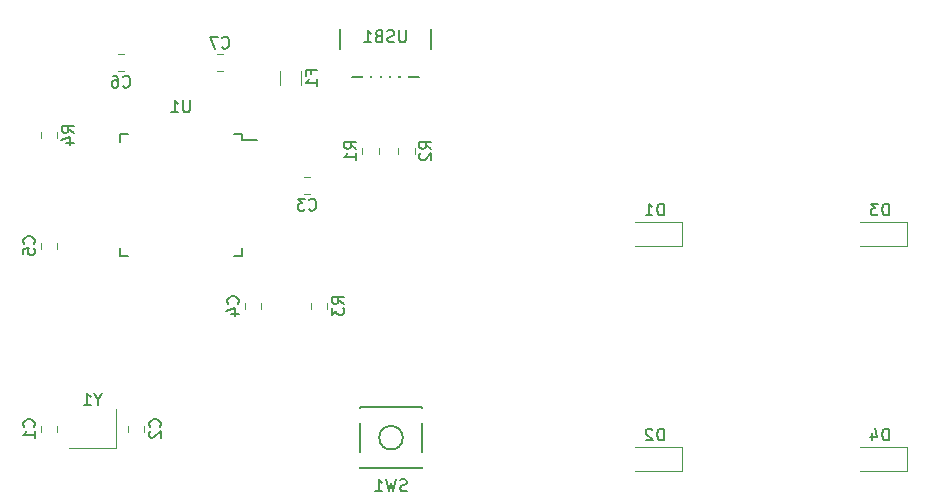
<source format=gbo>
G04 #@! TF.GenerationSoftware,KiCad,Pcbnew,(5.99.0-1822-g1792479ca)*
G04 #@! TF.CreationDate,2020-06-16T18:07:24+08:00*
G04 #@! TF.ProjectId,ai03-pad-duplicate,61693033-2d70-4616-942d-6475706c6963,v01*
G04 #@! TF.SameCoordinates,Original*
G04 #@! TF.FileFunction,Legend,Bot*
G04 #@! TF.FilePolarity,Positive*
%FSLAX46Y46*%
G04 Gerber Fmt 4.6, Leading zero omitted, Abs format (unit mm)*
G04 Created by KiCad (PCBNEW (5.99.0-1822-g1792479ca)) date 2020-06-16 18:07:24*
%MOMM*%
%LPD*%
G01*
G04 APERTURE LIST*
%ADD10C,0.150000*%
%ADD11C,0.120000*%
%ADD12O,1.800000X2.800000*%
%ADD13C,1.850000*%
%ADD14C,2.350000*%
%ADD15C,4.087800*%
G04 APERTURE END LIST*
D10*
G04 #@! TO.C,Y1*
X73748070Y-169357190D02*
X73748070Y-169833380D01*
X74081403Y-168833380D02*
X73748070Y-169357190D01*
X73414737Y-168833380D01*
X72557594Y-169833380D02*
X73129022Y-169833380D01*
X72843308Y-169833380D02*
X72843308Y-168833380D01*
X72938546Y-168976238D01*
X73033784Y-169071476D01*
X73129022Y-169119095D01*
G04 #@! TO.C,USB1*
X99820095Y-138098380D02*
X99820095Y-138907904D01*
X99772476Y-139003142D01*
X99724857Y-139050761D01*
X99629619Y-139098380D01*
X99439142Y-139098380D01*
X99343904Y-139050761D01*
X99296285Y-139003142D01*
X99248666Y-138907904D01*
X99248666Y-138098380D01*
X98820095Y-139050761D02*
X98677238Y-139098380D01*
X98439142Y-139098380D01*
X98343904Y-139050761D01*
X98296285Y-139003142D01*
X98248666Y-138907904D01*
X98248666Y-138812666D01*
X98296285Y-138717428D01*
X98343904Y-138669809D01*
X98439142Y-138622190D01*
X98629619Y-138574571D01*
X98724857Y-138526952D01*
X98772476Y-138479333D01*
X98820095Y-138384095D01*
X98820095Y-138288857D01*
X98772476Y-138193619D01*
X98724857Y-138146000D01*
X98629619Y-138098380D01*
X98391523Y-138098380D01*
X98248666Y-138146000D01*
X97486761Y-138574571D02*
X97343904Y-138622190D01*
X97296285Y-138669809D01*
X97248666Y-138765047D01*
X97248666Y-138907904D01*
X97296285Y-139003142D01*
X97343904Y-139050761D01*
X97439142Y-139098380D01*
X97820095Y-139098380D01*
X97820095Y-138098380D01*
X97486761Y-138098380D01*
X97391523Y-138146000D01*
X97343904Y-138193619D01*
X97296285Y-138288857D01*
X97296285Y-138384095D01*
X97343904Y-138479333D01*
X97391523Y-138526952D01*
X97486761Y-138574571D01*
X97820095Y-138574571D01*
X96296285Y-139098380D02*
X96867714Y-139098380D01*
X96582000Y-139098380D02*
X96582000Y-138098380D01*
X96677238Y-138241238D01*
X96772476Y-138336476D01*
X96867714Y-138384095D01*
G04 #@! TO.C,U1*
X81533904Y-144021380D02*
X81533904Y-144830904D01*
X81486285Y-144926142D01*
X81438666Y-144973761D01*
X81343428Y-145021380D01*
X81152952Y-145021380D01*
X81057714Y-144973761D01*
X81010095Y-144926142D01*
X80962476Y-144830904D01*
X80962476Y-144021380D01*
X79962476Y-145021380D02*
X80533904Y-145021380D01*
X80248190Y-145021380D02*
X80248190Y-144021380D01*
X80343428Y-144164238D01*
X80438666Y-144259476D01*
X80533904Y-144307095D01*
G04 #@! TO.C,SW1*
X99885333Y-177061761D02*
X99742476Y-177109380D01*
X99504380Y-177109380D01*
X99409142Y-177061761D01*
X99361523Y-177014142D01*
X99313904Y-176918904D01*
X99313904Y-176823666D01*
X99361523Y-176728428D01*
X99409142Y-176680809D01*
X99504380Y-176633190D01*
X99694857Y-176585571D01*
X99790095Y-176537952D01*
X99837714Y-176490333D01*
X99885333Y-176395095D01*
X99885333Y-176299857D01*
X99837714Y-176204619D01*
X99790095Y-176157000D01*
X99694857Y-176109380D01*
X99456761Y-176109380D01*
X99313904Y-176157000D01*
X98980571Y-176109380D02*
X98742476Y-177109380D01*
X98552000Y-176395095D01*
X98361523Y-177109380D01*
X98123428Y-176109380D01*
X97218666Y-177109380D02*
X97790095Y-177109380D01*
X97504380Y-177109380D02*
X97504380Y-176109380D01*
X97599619Y-176252238D01*
X97694857Y-176347476D01*
X97790095Y-176395095D01*
G04 #@! TO.C,R4*
X71698380Y-146772333D02*
X71222190Y-146439000D01*
X71698380Y-146200904D02*
X70698380Y-146200904D01*
X70698380Y-146581857D01*
X70746000Y-146677095D01*
X70793619Y-146724714D01*
X70888857Y-146772333D01*
X71031714Y-146772333D01*
X71126952Y-146724714D01*
X71174571Y-146677095D01*
X71222190Y-146581857D01*
X71222190Y-146200904D01*
X71031714Y-147629476D02*
X71698380Y-147629476D01*
X70650761Y-147391380D02*
X71365047Y-147153285D01*
X71365047Y-147772333D01*
G04 #@! TO.C,R3*
X94558380Y-161250333D02*
X94082190Y-160917000D01*
X94558380Y-160678904D02*
X93558380Y-160678904D01*
X93558380Y-161059857D01*
X93606000Y-161155095D01*
X93653619Y-161202714D01*
X93748857Y-161250333D01*
X93891714Y-161250333D01*
X93986952Y-161202714D01*
X94034571Y-161155095D01*
X94082190Y-161059857D01*
X94082190Y-160678904D01*
X93558380Y-161583666D02*
X93558380Y-162202714D01*
X93939333Y-161869380D01*
X93939333Y-162012238D01*
X93986952Y-162107476D01*
X94034571Y-162155095D01*
X94129809Y-162202714D01*
X94367904Y-162202714D01*
X94463142Y-162155095D01*
X94510761Y-162107476D01*
X94558380Y-162012238D01*
X94558380Y-161726523D01*
X94510761Y-161631285D01*
X94463142Y-161583666D01*
G04 #@! TO.C,R2*
X101962380Y-148131333D02*
X101486190Y-147798000D01*
X101962380Y-147559904D02*
X100962380Y-147559904D01*
X100962380Y-147940857D01*
X101010000Y-148036095D01*
X101057619Y-148083714D01*
X101152857Y-148131333D01*
X101295714Y-148131333D01*
X101390952Y-148083714D01*
X101438571Y-148036095D01*
X101486190Y-147940857D01*
X101486190Y-147559904D01*
X101057619Y-148512285D02*
X101010000Y-148559904D01*
X100962380Y-148655142D01*
X100962380Y-148893238D01*
X101010000Y-148988476D01*
X101057619Y-149036095D01*
X101152857Y-149083714D01*
X101248095Y-149083714D01*
X101390952Y-149036095D01*
X101962380Y-148464666D01*
X101962380Y-149083714D01*
G04 #@! TO.C,R1*
X95614380Y-148131333D02*
X95138190Y-147798000D01*
X95614380Y-147559904D02*
X94614380Y-147559904D01*
X94614380Y-147940857D01*
X94662000Y-148036095D01*
X94709619Y-148083714D01*
X94804857Y-148131333D01*
X94947714Y-148131333D01*
X95042952Y-148083714D01*
X95090571Y-148036095D01*
X95138190Y-147940857D01*
X95138190Y-147559904D01*
X95614380Y-149083714D02*
X95614380Y-148512285D01*
X95614380Y-148798000D02*
X94614380Y-148798000D01*
X94757238Y-148702761D01*
X94852476Y-148607523D01*
X94900095Y-148512285D01*
G04 #@! TO.C,F1*
X91791571Y-141779666D02*
X91791571Y-141446333D01*
X92315380Y-141446333D02*
X91315380Y-141446333D01*
X91315380Y-141922523D01*
X92315380Y-142827285D02*
X92315380Y-142255857D01*
X92315380Y-142541571D02*
X91315380Y-142541571D01*
X91458238Y-142446333D01*
X91553476Y-142351095D01*
X91601095Y-142255857D01*
G04 #@! TO.C,D4*
X140692095Y-172823380D02*
X140692095Y-171823380D01*
X140454000Y-171823380D01*
X140311142Y-171871000D01*
X140215904Y-171966238D01*
X140168285Y-172061476D01*
X140120666Y-172251952D01*
X140120666Y-172394809D01*
X140168285Y-172585285D01*
X140215904Y-172680523D01*
X140311142Y-172775761D01*
X140454000Y-172823380D01*
X140692095Y-172823380D01*
X139263523Y-172156714D02*
X139263523Y-172823380D01*
X139501619Y-171775761D02*
X139739714Y-172490047D01*
X139120666Y-172490047D01*
G04 #@! TO.C,D3*
X140692095Y-153773380D02*
X140692095Y-152773380D01*
X140454000Y-152773380D01*
X140311142Y-152821000D01*
X140215904Y-152916238D01*
X140168285Y-153011476D01*
X140120666Y-153201952D01*
X140120666Y-153344809D01*
X140168285Y-153535285D01*
X140215904Y-153630523D01*
X140311142Y-153725761D01*
X140454000Y-153773380D01*
X140692095Y-153773380D01*
X139787333Y-152773380D02*
X139168285Y-152773380D01*
X139501619Y-153154333D01*
X139358761Y-153154333D01*
X139263523Y-153201952D01*
X139215904Y-153249571D01*
X139168285Y-153344809D01*
X139168285Y-153582904D01*
X139215904Y-153678142D01*
X139263523Y-153725761D01*
X139358761Y-153773380D01*
X139644476Y-153773380D01*
X139739714Y-153725761D01*
X139787333Y-153678142D01*
G04 #@! TO.C,D2*
X121642095Y-172823380D02*
X121642095Y-171823380D01*
X121404000Y-171823380D01*
X121261142Y-171871000D01*
X121165904Y-171966238D01*
X121118285Y-172061476D01*
X121070666Y-172251952D01*
X121070666Y-172394809D01*
X121118285Y-172585285D01*
X121165904Y-172680523D01*
X121261142Y-172775761D01*
X121404000Y-172823380D01*
X121642095Y-172823380D01*
X120689714Y-171918619D02*
X120642095Y-171871000D01*
X120546857Y-171823380D01*
X120308761Y-171823380D01*
X120213523Y-171871000D01*
X120165904Y-171918619D01*
X120118285Y-172013857D01*
X120118285Y-172109095D01*
X120165904Y-172251952D01*
X120737333Y-172823380D01*
X120118285Y-172823380D01*
G04 #@! TO.C,D1*
X121642095Y-153773380D02*
X121642095Y-152773380D01*
X121404000Y-152773380D01*
X121261142Y-152821000D01*
X121165904Y-152916238D01*
X121118285Y-153011476D01*
X121070666Y-153201952D01*
X121070666Y-153344809D01*
X121118285Y-153535285D01*
X121165904Y-153630523D01*
X121261142Y-153725761D01*
X121404000Y-153773380D01*
X121642095Y-153773380D01*
X120118285Y-153773380D02*
X120689714Y-153773380D01*
X120404000Y-153773380D02*
X120404000Y-152773380D01*
X120499238Y-152916238D01*
X120594476Y-153011476D01*
X120689714Y-153059095D01*
G04 #@! TO.C,C7*
X84240666Y-139550142D02*
X84288285Y-139597761D01*
X84431142Y-139645380D01*
X84526380Y-139645380D01*
X84669238Y-139597761D01*
X84764476Y-139502523D01*
X84812095Y-139407285D01*
X84859714Y-139216809D01*
X84859714Y-139073952D01*
X84812095Y-138883476D01*
X84764476Y-138788238D01*
X84669238Y-138693000D01*
X84526380Y-138645380D01*
X84431142Y-138645380D01*
X84288285Y-138693000D01*
X84240666Y-138740619D01*
X83907333Y-138645380D02*
X83240666Y-138645380D01*
X83669238Y-139645380D01*
G04 #@! TO.C,C6*
X75858666Y-142850142D02*
X75906285Y-142897761D01*
X76049142Y-142945380D01*
X76144380Y-142945380D01*
X76287238Y-142897761D01*
X76382476Y-142802523D01*
X76430095Y-142707285D01*
X76477714Y-142516809D01*
X76477714Y-142373952D01*
X76430095Y-142183476D01*
X76382476Y-142088238D01*
X76287238Y-141993000D01*
X76144380Y-141945380D01*
X76049142Y-141945380D01*
X75906285Y-141993000D01*
X75858666Y-142040619D01*
X75001523Y-141945380D02*
X75192000Y-141945380D01*
X75287238Y-141993000D01*
X75334857Y-142040619D01*
X75430095Y-142183476D01*
X75477714Y-142373952D01*
X75477714Y-142754904D01*
X75430095Y-142850142D01*
X75382476Y-142897761D01*
X75287238Y-142945380D01*
X75096761Y-142945380D01*
X75001523Y-142897761D01*
X74953904Y-142850142D01*
X74906285Y-142754904D01*
X74906285Y-142516809D01*
X74953904Y-142421571D01*
X75001523Y-142373952D01*
X75096761Y-142326333D01*
X75287238Y-142326333D01*
X75382476Y-142373952D01*
X75430095Y-142421571D01*
X75477714Y-142516809D01*
G04 #@! TO.C,C5*
X68303142Y-156170333D02*
X68350761Y-156122714D01*
X68398380Y-155979857D01*
X68398380Y-155884619D01*
X68350761Y-155741761D01*
X68255523Y-155646523D01*
X68160285Y-155598904D01*
X67969809Y-155551285D01*
X67826952Y-155551285D01*
X67636476Y-155598904D01*
X67541238Y-155646523D01*
X67446000Y-155741761D01*
X67398380Y-155884619D01*
X67398380Y-155979857D01*
X67446000Y-156122714D01*
X67493619Y-156170333D01*
X67398380Y-157075095D02*
X67398380Y-156598904D01*
X67874571Y-156551285D01*
X67826952Y-156598904D01*
X67779333Y-156694142D01*
X67779333Y-156932238D01*
X67826952Y-157027476D01*
X67874571Y-157075095D01*
X67969809Y-157122714D01*
X68207904Y-157122714D01*
X68303142Y-157075095D01*
X68350761Y-157027476D01*
X68398380Y-156932238D01*
X68398380Y-156694142D01*
X68350761Y-156598904D01*
X68303142Y-156551285D01*
G04 #@! TO.C,C4*
X85575142Y-161250333D02*
X85622761Y-161202714D01*
X85670380Y-161059857D01*
X85670380Y-160964619D01*
X85622761Y-160821761D01*
X85527523Y-160726523D01*
X85432285Y-160678904D01*
X85241809Y-160631285D01*
X85098952Y-160631285D01*
X84908476Y-160678904D01*
X84813238Y-160726523D01*
X84718000Y-160821761D01*
X84670380Y-160964619D01*
X84670380Y-161059857D01*
X84718000Y-161202714D01*
X84765619Y-161250333D01*
X85003714Y-162107476D02*
X85670380Y-162107476D01*
X84622761Y-161869380D02*
X85337047Y-161631285D01*
X85337047Y-162250333D01*
G04 #@! TO.C,C3*
X91606666Y-153264142D02*
X91654285Y-153311761D01*
X91797142Y-153359380D01*
X91892380Y-153359380D01*
X92035238Y-153311761D01*
X92130476Y-153216523D01*
X92178095Y-153121285D01*
X92225714Y-152930809D01*
X92225714Y-152787952D01*
X92178095Y-152597476D01*
X92130476Y-152502238D01*
X92035238Y-152407000D01*
X91892380Y-152359380D01*
X91797142Y-152359380D01*
X91654285Y-152407000D01*
X91606666Y-152454619D01*
X91273333Y-152359380D02*
X90654285Y-152359380D01*
X90987619Y-152740333D01*
X90844761Y-152740333D01*
X90749523Y-152787952D01*
X90701904Y-152835571D01*
X90654285Y-152930809D01*
X90654285Y-153168904D01*
X90701904Y-153264142D01*
X90749523Y-153311761D01*
X90844761Y-153359380D01*
X91130476Y-153359380D01*
X91225714Y-153311761D01*
X91273333Y-153264142D01*
G04 #@! TO.C,C2*
X78969142Y-171664333D02*
X79016761Y-171616714D01*
X79064380Y-171473857D01*
X79064380Y-171378619D01*
X79016761Y-171235761D01*
X78921523Y-171140523D01*
X78826285Y-171092904D01*
X78635809Y-171045285D01*
X78492952Y-171045285D01*
X78302476Y-171092904D01*
X78207238Y-171140523D01*
X78112000Y-171235761D01*
X78064380Y-171378619D01*
X78064380Y-171473857D01*
X78112000Y-171616714D01*
X78159619Y-171664333D01*
X78159619Y-172045285D02*
X78112000Y-172092904D01*
X78064380Y-172188142D01*
X78064380Y-172426238D01*
X78112000Y-172521476D01*
X78159619Y-172569095D01*
X78254857Y-172616714D01*
X78350095Y-172616714D01*
X78492952Y-172569095D01*
X79064380Y-171997666D01*
X79064380Y-172616714D01*
G04 #@! TO.C,C1*
X68303142Y-171664333D02*
X68350761Y-171616714D01*
X68398380Y-171473857D01*
X68398380Y-171378619D01*
X68350761Y-171235761D01*
X68255523Y-171140523D01*
X68160285Y-171092904D01*
X67969809Y-171045285D01*
X67826952Y-171045285D01*
X67636476Y-171092904D01*
X67541238Y-171140523D01*
X67446000Y-171235761D01*
X67398380Y-171378619D01*
X67398380Y-171473857D01*
X67446000Y-171616714D01*
X67493619Y-171664333D01*
X68398380Y-172616714D02*
X68398380Y-172045285D01*
X68398380Y-172331000D02*
X67398380Y-172331000D01*
X67541238Y-172235761D01*
X67636476Y-172140523D01*
X67684095Y-172045285D01*
D11*
G04 #@! TO.C,Y1*
X75271880Y-173481000D02*
X71271880Y-173481000D01*
X75271880Y-170181000D02*
X75271880Y-173481000D01*
D10*
G04 #@! TO.C,USB1*
X94232000Y-136614000D02*
X94232000Y-142064000D01*
X101932000Y-136614000D02*
X101932000Y-142064000D01*
X94232000Y-142064000D02*
X101932000Y-142064000D01*
G04 #@! TO.C,U1*
X85947000Y-147419000D02*
X87222000Y-147419000D01*
X75597000Y-146844000D02*
X76272000Y-146844000D01*
X75597000Y-157194000D02*
X76272000Y-157194000D01*
X85947000Y-157194000D02*
X85272000Y-157194000D01*
X85947000Y-146844000D02*
X85272000Y-146844000D01*
X85947000Y-157194000D02*
X85947000Y-156519000D01*
X75597000Y-157194000D02*
X75597000Y-156519000D01*
X75597000Y-146844000D02*
X75597000Y-147519000D01*
X85947000Y-146844000D02*
X85947000Y-147419000D01*
G04 #@! TO.C,SW1*
X101152000Y-169993000D02*
X95952000Y-169993000D01*
X95952000Y-169993000D02*
X95952000Y-175193000D01*
X95952000Y-175193000D02*
X101152000Y-175193000D01*
X101152000Y-175193000D02*
X101152000Y-169993000D01*
X99552000Y-172593000D02*
G75*
G03*
X99552000Y-172593000I-1000000J0D01*
G01*
D11*
G04 #@! TO.C,R4*
X68886000Y-147197578D02*
X68886000Y-146680422D01*
X70306000Y-147197578D02*
X70306000Y-146680422D01*
G04 #@! TO.C,R3*
X91746000Y-161675578D02*
X91746000Y-161158422D01*
X93166000Y-161675578D02*
X93166000Y-161158422D01*
G04 #@! TO.C,R2*
X99150000Y-148556578D02*
X99150000Y-148039422D01*
X100570000Y-148556578D02*
X100570000Y-148039422D01*
G04 #@! TO.C,R1*
X97522000Y-148039422D02*
X97522000Y-148556578D01*
X96102000Y-148039422D02*
X96102000Y-148556578D01*
G04 #@! TO.C,F1*
X89133000Y-142715064D02*
X89133000Y-141510936D01*
X90953000Y-142715064D02*
X90953000Y-141510936D01*
G04 #@! TO.C,D4*
X142204000Y-173371000D02*
X138304000Y-173371000D01*
X142204000Y-175371000D02*
X138304000Y-175371000D01*
X142204000Y-173371000D02*
X142204000Y-175371000D01*
G04 #@! TO.C,D3*
X142204000Y-154321000D02*
X138304000Y-154321000D01*
X142204000Y-156321000D02*
X138304000Y-156321000D01*
X142204000Y-154321000D02*
X142204000Y-156321000D01*
G04 #@! TO.C,D2*
X123154000Y-173371000D02*
X119254000Y-173371000D01*
X123154000Y-175371000D02*
X119254000Y-175371000D01*
X123154000Y-173371000D02*
X123154000Y-175371000D01*
G04 #@! TO.C,D1*
X123154000Y-154321000D02*
X119254000Y-154321000D01*
X123154000Y-156321000D02*
X119254000Y-156321000D01*
X123154000Y-154321000D02*
X123154000Y-156321000D01*
G04 #@! TO.C,C7*
X84332578Y-141553000D02*
X83815422Y-141553000D01*
X84332578Y-140133000D02*
X83815422Y-140133000D01*
G04 #@! TO.C,C6*
X75433422Y-140133000D02*
X75950578Y-140133000D01*
X75433422Y-141553000D02*
X75950578Y-141553000D01*
G04 #@! TO.C,C5*
X70306000Y-156078422D02*
X70306000Y-156595578D01*
X68886000Y-156078422D02*
X68886000Y-156595578D01*
G04 #@! TO.C,C4*
X87578000Y-161158422D02*
X87578000Y-161675578D01*
X86158000Y-161158422D02*
X86158000Y-161675578D01*
G04 #@! TO.C,C3*
X91181422Y-150547000D02*
X91698578Y-150547000D01*
X91181422Y-151967000D02*
X91698578Y-151967000D01*
G04 #@! TO.C,C2*
X76252000Y-172089578D02*
X76252000Y-171572422D01*
X77672000Y-172089578D02*
X77672000Y-171572422D01*
G04 #@! TO.C,C1*
X70306000Y-171572422D02*
X70306000Y-172089578D01*
X68886000Y-171572422D02*
X68886000Y-172089578D01*
G04 #@! TD*
%LPC*%
G04 #@! TO.C,Y1*
G36*
G01*
X75121880Y-170381000D02*
X75121880Y-171581000D01*
G75*
G02*
X75071880Y-171631000I-50000J0D01*
G01*
X73671880Y-171631000D01*
G75*
G02*
X73621880Y-171581000I0J50000D01*
G01*
X73621880Y-170381000D01*
G75*
G02*
X73671880Y-170331000I50000J0D01*
G01*
X75071880Y-170331000D01*
G75*
G02*
X75121880Y-170381000I0J-50000D01*
G01*
G37*
G36*
G01*
X72921880Y-170381000D02*
X72921880Y-171581000D01*
G75*
G02*
X72871880Y-171631000I-50000J0D01*
G01*
X71471880Y-171631000D01*
G75*
G02*
X71421880Y-171581000I0J50000D01*
G01*
X71421880Y-170381000D01*
G75*
G02*
X71471880Y-170331000I50000J0D01*
G01*
X72871880Y-170331000D01*
G75*
G02*
X72921880Y-170381000I0J-50000D01*
G01*
G37*
G36*
G01*
X72921880Y-172081000D02*
X72921880Y-173281000D01*
G75*
G02*
X72871880Y-173331000I-50000J0D01*
G01*
X71471880Y-173331000D01*
G75*
G02*
X71421880Y-173281000I0J50000D01*
G01*
X71421880Y-172081000D01*
G75*
G02*
X71471880Y-172031000I50000J0D01*
G01*
X72871880Y-172031000D01*
G75*
G02*
X72921880Y-172081000I0J-50000D01*
G01*
G37*
G36*
G01*
X75121880Y-172081000D02*
X75121880Y-173281000D01*
G75*
G02*
X75071880Y-173331000I-50000J0D01*
G01*
X73671880Y-173331000D01*
G75*
G02*
X73621880Y-173281000I0J50000D01*
G01*
X73621880Y-172081000D01*
G75*
G02*
X73671880Y-172031000I50000J0D01*
G01*
X75071880Y-172031000D01*
G75*
G02*
X75121880Y-172081000I0J-50000D01*
G01*
G37*
G04 #@! TD*
D12*
G04 #@! TO.C,USB1*
X94432000Y-136614000D03*
X101732000Y-136614000D03*
X101732000Y-141114000D03*
X94432000Y-141114000D03*
G36*
G01*
X96232000Y-139939000D02*
X96732000Y-139939000D01*
G75*
G02*
X96782000Y-139989000I0J-50000D01*
G01*
X96782000Y-142239000D01*
G75*
G02*
X96732000Y-142289000I-50000J0D01*
G01*
X96232000Y-142289000D01*
G75*
G02*
X96182000Y-142239000I0J50000D01*
G01*
X96182000Y-139989000D01*
G75*
G02*
X96232000Y-139939000I50000J0D01*
G01*
G37*
G36*
G01*
X97032000Y-139939000D02*
X97532000Y-139939000D01*
G75*
G02*
X97582000Y-139989000I0J-50000D01*
G01*
X97582000Y-142239000D01*
G75*
G02*
X97532000Y-142289000I-50000J0D01*
G01*
X97032000Y-142289000D01*
G75*
G02*
X96982000Y-142239000I0J50000D01*
G01*
X96982000Y-139989000D01*
G75*
G02*
X97032000Y-139939000I50000J0D01*
G01*
G37*
G36*
G01*
X97832000Y-139939000D02*
X98332000Y-139939000D01*
G75*
G02*
X98382000Y-139989000I0J-50000D01*
G01*
X98382000Y-142239000D01*
G75*
G02*
X98332000Y-142289000I-50000J0D01*
G01*
X97832000Y-142289000D01*
G75*
G02*
X97782000Y-142239000I0J50000D01*
G01*
X97782000Y-139989000D01*
G75*
G02*
X97832000Y-139939000I50000J0D01*
G01*
G37*
G36*
G01*
X98632000Y-139939000D02*
X99132000Y-139939000D01*
G75*
G02*
X99182000Y-139989000I0J-50000D01*
G01*
X99182000Y-142239000D01*
G75*
G02*
X99132000Y-142289000I-50000J0D01*
G01*
X98632000Y-142289000D01*
G75*
G02*
X98582000Y-142239000I0J50000D01*
G01*
X98582000Y-139989000D01*
G75*
G02*
X98632000Y-139939000I50000J0D01*
G01*
G37*
G36*
G01*
X99432000Y-139939000D02*
X99932000Y-139939000D01*
G75*
G02*
X99982000Y-139989000I0J-50000D01*
G01*
X99982000Y-142239000D01*
G75*
G02*
X99932000Y-142289000I-50000J0D01*
G01*
X99432000Y-142289000D01*
G75*
G02*
X99382000Y-142239000I0J50000D01*
G01*
X99382000Y-139989000D01*
G75*
G02*
X99432000Y-139939000I50000J0D01*
G01*
G37*
G04 #@! TD*
G04 #@! TO.C,U1*
G36*
G01*
X85047000Y-147119000D02*
X84497000Y-147119000D01*
G75*
G02*
X84447000Y-147069000I0J50000D01*
G01*
X84447000Y-145569000D01*
G75*
G02*
X84497000Y-145519000I50000J0D01*
G01*
X85047000Y-145519000D01*
G75*
G02*
X85097000Y-145569000I0J-50000D01*
G01*
X85097000Y-147069000D01*
G75*
G02*
X85047000Y-147119000I-50000J0D01*
G01*
G37*
G36*
G01*
X84247000Y-147119000D02*
X83697000Y-147119000D01*
G75*
G02*
X83647000Y-147069000I0J50000D01*
G01*
X83647000Y-145569000D01*
G75*
G02*
X83697000Y-145519000I50000J0D01*
G01*
X84247000Y-145519000D01*
G75*
G02*
X84297000Y-145569000I0J-50000D01*
G01*
X84297000Y-147069000D01*
G75*
G02*
X84247000Y-147119000I-50000J0D01*
G01*
G37*
G36*
G01*
X83447000Y-147119000D02*
X82897000Y-147119000D01*
G75*
G02*
X82847000Y-147069000I0J50000D01*
G01*
X82847000Y-145569000D01*
G75*
G02*
X82897000Y-145519000I50000J0D01*
G01*
X83447000Y-145519000D01*
G75*
G02*
X83497000Y-145569000I0J-50000D01*
G01*
X83497000Y-147069000D01*
G75*
G02*
X83447000Y-147119000I-50000J0D01*
G01*
G37*
G36*
G01*
X82647000Y-147119000D02*
X82097000Y-147119000D01*
G75*
G02*
X82047000Y-147069000I0J50000D01*
G01*
X82047000Y-145569000D01*
G75*
G02*
X82097000Y-145519000I50000J0D01*
G01*
X82647000Y-145519000D01*
G75*
G02*
X82697000Y-145569000I0J-50000D01*
G01*
X82697000Y-147069000D01*
G75*
G02*
X82647000Y-147119000I-50000J0D01*
G01*
G37*
G36*
G01*
X81847000Y-147119000D02*
X81297000Y-147119000D01*
G75*
G02*
X81247000Y-147069000I0J50000D01*
G01*
X81247000Y-145569000D01*
G75*
G02*
X81297000Y-145519000I50000J0D01*
G01*
X81847000Y-145519000D01*
G75*
G02*
X81897000Y-145569000I0J-50000D01*
G01*
X81897000Y-147069000D01*
G75*
G02*
X81847000Y-147119000I-50000J0D01*
G01*
G37*
G36*
G01*
X81047000Y-147119000D02*
X80497000Y-147119000D01*
G75*
G02*
X80447000Y-147069000I0J50000D01*
G01*
X80447000Y-145569000D01*
G75*
G02*
X80497000Y-145519000I50000J0D01*
G01*
X81047000Y-145519000D01*
G75*
G02*
X81097000Y-145569000I0J-50000D01*
G01*
X81097000Y-147069000D01*
G75*
G02*
X81047000Y-147119000I-50000J0D01*
G01*
G37*
G36*
G01*
X80247000Y-147119000D02*
X79697000Y-147119000D01*
G75*
G02*
X79647000Y-147069000I0J50000D01*
G01*
X79647000Y-145569000D01*
G75*
G02*
X79697000Y-145519000I50000J0D01*
G01*
X80247000Y-145519000D01*
G75*
G02*
X80297000Y-145569000I0J-50000D01*
G01*
X80297000Y-147069000D01*
G75*
G02*
X80247000Y-147119000I-50000J0D01*
G01*
G37*
G36*
G01*
X79447000Y-147119000D02*
X78897000Y-147119000D01*
G75*
G02*
X78847000Y-147069000I0J50000D01*
G01*
X78847000Y-145569000D01*
G75*
G02*
X78897000Y-145519000I50000J0D01*
G01*
X79447000Y-145519000D01*
G75*
G02*
X79497000Y-145569000I0J-50000D01*
G01*
X79497000Y-147069000D01*
G75*
G02*
X79447000Y-147119000I-50000J0D01*
G01*
G37*
G36*
G01*
X78647000Y-147119000D02*
X78097000Y-147119000D01*
G75*
G02*
X78047000Y-147069000I0J50000D01*
G01*
X78047000Y-145569000D01*
G75*
G02*
X78097000Y-145519000I50000J0D01*
G01*
X78647000Y-145519000D01*
G75*
G02*
X78697000Y-145569000I0J-50000D01*
G01*
X78697000Y-147069000D01*
G75*
G02*
X78647000Y-147119000I-50000J0D01*
G01*
G37*
G36*
G01*
X77847000Y-147119000D02*
X77297000Y-147119000D01*
G75*
G02*
X77247000Y-147069000I0J50000D01*
G01*
X77247000Y-145569000D01*
G75*
G02*
X77297000Y-145519000I50000J0D01*
G01*
X77847000Y-145519000D01*
G75*
G02*
X77897000Y-145569000I0J-50000D01*
G01*
X77897000Y-147069000D01*
G75*
G02*
X77847000Y-147119000I-50000J0D01*
G01*
G37*
G36*
G01*
X77047000Y-147119000D02*
X76497000Y-147119000D01*
G75*
G02*
X76447000Y-147069000I0J50000D01*
G01*
X76447000Y-145569000D01*
G75*
G02*
X76497000Y-145519000I50000J0D01*
G01*
X77047000Y-145519000D01*
G75*
G02*
X77097000Y-145569000I0J-50000D01*
G01*
X77097000Y-147069000D01*
G75*
G02*
X77047000Y-147119000I-50000J0D01*
G01*
G37*
G36*
G01*
X75872000Y-147744000D02*
X75872000Y-148294000D01*
G75*
G02*
X75822000Y-148344000I-50000J0D01*
G01*
X74322000Y-148344000D01*
G75*
G02*
X74272000Y-148294000I0J50000D01*
G01*
X74272000Y-147744000D01*
G75*
G02*
X74322000Y-147694000I50000J0D01*
G01*
X75822000Y-147694000D01*
G75*
G02*
X75872000Y-147744000I0J-50000D01*
G01*
G37*
G36*
G01*
X75872000Y-148544000D02*
X75872000Y-149094000D01*
G75*
G02*
X75822000Y-149144000I-50000J0D01*
G01*
X74322000Y-149144000D01*
G75*
G02*
X74272000Y-149094000I0J50000D01*
G01*
X74272000Y-148544000D01*
G75*
G02*
X74322000Y-148494000I50000J0D01*
G01*
X75822000Y-148494000D01*
G75*
G02*
X75872000Y-148544000I0J-50000D01*
G01*
G37*
G36*
G01*
X75872000Y-149344000D02*
X75872000Y-149894000D01*
G75*
G02*
X75822000Y-149944000I-50000J0D01*
G01*
X74322000Y-149944000D01*
G75*
G02*
X74272000Y-149894000I0J50000D01*
G01*
X74272000Y-149344000D01*
G75*
G02*
X74322000Y-149294000I50000J0D01*
G01*
X75822000Y-149294000D01*
G75*
G02*
X75872000Y-149344000I0J-50000D01*
G01*
G37*
G36*
G01*
X75872000Y-150144000D02*
X75872000Y-150694000D01*
G75*
G02*
X75822000Y-150744000I-50000J0D01*
G01*
X74322000Y-150744000D01*
G75*
G02*
X74272000Y-150694000I0J50000D01*
G01*
X74272000Y-150144000D01*
G75*
G02*
X74322000Y-150094000I50000J0D01*
G01*
X75822000Y-150094000D01*
G75*
G02*
X75872000Y-150144000I0J-50000D01*
G01*
G37*
G36*
G01*
X75872000Y-150944000D02*
X75872000Y-151494000D01*
G75*
G02*
X75822000Y-151544000I-50000J0D01*
G01*
X74322000Y-151544000D01*
G75*
G02*
X74272000Y-151494000I0J50000D01*
G01*
X74272000Y-150944000D01*
G75*
G02*
X74322000Y-150894000I50000J0D01*
G01*
X75822000Y-150894000D01*
G75*
G02*
X75872000Y-150944000I0J-50000D01*
G01*
G37*
G36*
G01*
X75872000Y-151744000D02*
X75872000Y-152294000D01*
G75*
G02*
X75822000Y-152344000I-50000J0D01*
G01*
X74322000Y-152344000D01*
G75*
G02*
X74272000Y-152294000I0J50000D01*
G01*
X74272000Y-151744000D01*
G75*
G02*
X74322000Y-151694000I50000J0D01*
G01*
X75822000Y-151694000D01*
G75*
G02*
X75872000Y-151744000I0J-50000D01*
G01*
G37*
G36*
G01*
X75872000Y-152544000D02*
X75872000Y-153094000D01*
G75*
G02*
X75822000Y-153144000I-50000J0D01*
G01*
X74322000Y-153144000D01*
G75*
G02*
X74272000Y-153094000I0J50000D01*
G01*
X74272000Y-152544000D01*
G75*
G02*
X74322000Y-152494000I50000J0D01*
G01*
X75822000Y-152494000D01*
G75*
G02*
X75872000Y-152544000I0J-50000D01*
G01*
G37*
G36*
G01*
X75872000Y-153344000D02*
X75872000Y-153894000D01*
G75*
G02*
X75822000Y-153944000I-50000J0D01*
G01*
X74322000Y-153944000D01*
G75*
G02*
X74272000Y-153894000I0J50000D01*
G01*
X74272000Y-153344000D01*
G75*
G02*
X74322000Y-153294000I50000J0D01*
G01*
X75822000Y-153294000D01*
G75*
G02*
X75872000Y-153344000I0J-50000D01*
G01*
G37*
G36*
G01*
X75872000Y-154144000D02*
X75872000Y-154694000D01*
G75*
G02*
X75822000Y-154744000I-50000J0D01*
G01*
X74322000Y-154744000D01*
G75*
G02*
X74272000Y-154694000I0J50000D01*
G01*
X74272000Y-154144000D01*
G75*
G02*
X74322000Y-154094000I50000J0D01*
G01*
X75822000Y-154094000D01*
G75*
G02*
X75872000Y-154144000I0J-50000D01*
G01*
G37*
G36*
G01*
X75872000Y-154944000D02*
X75872000Y-155494000D01*
G75*
G02*
X75822000Y-155544000I-50000J0D01*
G01*
X74322000Y-155544000D01*
G75*
G02*
X74272000Y-155494000I0J50000D01*
G01*
X74272000Y-154944000D01*
G75*
G02*
X74322000Y-154894000I50000J0D01*
G01*
X75822000Y-154894000D01*
G75*
G02*
X75872000Y-154944000I0J-50000D01*
G01*
G37*
G36*
G01*
X75872000Y-155744000D02*
X75872000Y-156294000D01*
G75*
G02*
X75822000Y-156344000I-50000J0D01*
G01*
X74322000Y-156344000D01*
G75*
G02*
X74272000Y-156294000I0J50000D01*
G01*
X74272000Y-155744000D01*
G75*
G02*
X74322000Y-155694000I50000J0D01*
G01*
X75822000Y-155694000D01*
G75*
G02*
X75872000Y-155744000I0J-50000D01*
G01*
G37*
G36*
G01*
X77047000Y-158519000D02*
X76497000Y-158519000D01*
G75*
G02*
X76447000Y-158469000I0J50000D01*
G01*
X76447000Y-156969000D01*
G75*
G02*
X76497000Y-156919000I50000J0D01*
G01*
X77047000Y-156919000D01*
G75*
G02*
X77097000Y-156969000I0J-50000D01*
G01*
X77097000Y-158469000D01*
G75*
G02*
X77047000Y-158519000I-50000J0D01*
G01*
G37*
G36*
G01*
X77847000Y-158519000D02*
X77297000Y-158519000D01*
G75*
G02*
X77247000Y-158469000I0J50000D01*
G01*
X77247000Y-156969000D01*
G75*
G02*
X77297000Y-156919000I50000J0D01*
G01*
X77847000Y-156919000D01*
G75*
G02*
X77897000Y-156969000I0J-50000D01*
G01*
X77897000Y-158469000D01*
G75*
G02*
X77847000Y-158519000I-50000J0D01*
G01*
G37*
G36*
G01*
X78647000Y-158519000D02*
X78097000Y-158519000D01*
G75*
G02*
X78047000Y-158469000I0J50000D01*
G01*
X78047000Y-156969000D01*
G75*
G02*
X78097000Y-156919000I50000J0D01*
G01*
X78647000Y-156919000D01*
G75*
G02*
X78697000Y-156969000I0J-50000D01*
G01*
X78697000Y-158469000D01*
G75*
G02*
X78647000Y-158519000I-50000J0D01*
G01*
G37*
G36*
G01*
X79447000Y-158519000D02*
X78897000Y-158519000D01*
G75*
G02*
X78847000Y-158469000I0J50000D01*
G01*
X78847000Y-156969000D01*
G75*
G02*
X78897000Y-156919000I50000J0D01*
G01*
X79447000Y-156919000D01*
G75*
G02*
X79497000Y-156969000I0J-50000D01*
G01*
X79497000Y-158469000D01*
G75*
G02*
X79447000Y-158519000I-50000J0D01*
G01*
G37*
G36*
G01*
X80247000Y-158519000D02*
X79697000Y-158519000D01*
G75*
G02*
X79647000Y-158469000I0J50000D01*
G01*
X79647000Y-156969000D01*
G75*
G02*
X79697000Y-156919000I50000J0D01*
G01*
X80247000Y-156919000D01*
G75*
G02*
X80297000Y-156969000I0J-50000D01*
G01*
X80297000Y-158469000D01*
G75*
G02*
X80247000Y-158519000I-50000J0D01*
G01*
G37*
G36*
G01*
X81047000Y-158519000D02*
X80497000Y-158519000D01*
G75*
G02*
X80447000Y-158469000I0J50000D01*
G01*
X80447000Y-156969000D01*
G75*
G02*
X80497000Y-156919000I50000J0D01*
G01*
X81047000Y-156919000D01*
G75*
G02*
X81097000Y-156969000I0J-50000D01*
G01*
X81097000Y-158469000D01*
G75*
G02*
X81047000Y-158519000I-50000J0D01*
G01*
G37*
G36*
G01*
X81847000Y-158519000D02*
X81297000Y-158519000D01*
G75*
G02*
X81247000Y-158469000I0J50000D01*
G01*
X81247000Y-156969000D01*
G75*
G02*
X81297000Y-156919000I50000J0D01*
G01*
X81847000Y-156919000D01*
G75*
G02*
X81897000Y-156969000I0J-50000D01*
G01*
X81897000Y-158469000D01*
G75*
G02*
X81847000Y-158519000I-50000J0D01*
G01*
G37*
G36*
G01*
X82647000Y-158519000D02*
X82097000Y-158519000D01*
G75*
G02*
X82047000Y-158469000I0J50000D01*
G01*
X82047000Y-156969000D01*
G75*
G02*
X82097000Y-156919000I50000J0D01*
G01*
X82647000Y-156919000D01*
G75*
G02*
X82697000Y-156969000I0J-50000D01*
G01*
X82697000Y-158469000D01*
G75*
G02*
X82647000Y-158519000I-50000J0D01*
G01*
G37*
G36*
G01*
X83447000Y-158519000D02*
X82897000Y-158519000D01*
G75*
G02*
X82847000Y-158469000I0J50000D01*
G01*
X82847000Y-156969000D01*
G75*
G02*
X82897000Y-156919000I50000J0D01*
G01*
X83447000Y-156919000D01*
G75*
G02*
X83497000Y-156969000I0J-50000D01*
G01*
X83497000Y-158469000D01*
G75*
G02*
X83447000Y-158519000I-50000J0D01*
G01*
G37*
G36*
G01*
X84247000Y-158519000D02*
X83697000Y-158519000D01*
G75*
G02*
X83647000Y-158469000I0J50000D01*
G01*
X83647000Y-156969000D01*
G75*
G02*
X83697000Y-156919000I50000J0D01*
G01*
X84247000Y-156919000D01*
G75*
G02*
X84297000Y-156969000I0J-50000D01*
G01*
X84297000Y-158469000D01*
G75*
G02*
X84247000Y-158519000I-50000J0D01*
G01*
G37*
G36*
G01*
X85047000Y-158519000D02*
X84497000Y-158519000D01*
G75*
G02*
X84447000Y-158469000I0J50000D01*
G01*
X84447000Y-156969000D01*
G75*
G02*
X84497000Y-156919000I50000J0D01*
G01*
X85047000Y-156919000D01*
G75*
G02*
X85097000Y-156969000I0J-50000D01*
G01*
X85097000Y-158469000D01*
G75*
G02*
X85047000Y-158519000I-50000J0D01*
G01*
G37*
G36*
G01*
X87272000Y-155744000D02*
X87272000Y-156294000D01*
G75*
G02*
X87222000Y-156344000I-50000J0D01*
G01*
X85722000Y-156344000D01*
G75*
G02*
X85672000Y-156294000I0J50000D01*
G01*
X85672000Y-155744000D01*
G75*
G02*
X85722000Y-155694000I50000J0D01*
G01*
X87222000Y-155694000D01*
G75*
G02*
X87272000Y-155744000I0J-50000D01*
G01*
G37*
G36*
G01*
X87272000Y-154944000D02*
X87272000Y-155494000D01*
G75*
G02*
X87222000Y-155544000I-50000J0D01*
G01*
X85722000Y-155544000D01*
G75*
G02*
X85672000Y-155494000I0J50000D01*
G01*
X85672000Y-154944000D01*
G75*
G02*
X85722000Y-154894000I50000J0D01*
G01*
X87222000Y-154894000D01*
G75*
G02*
X87272000Y-154944000I0J-50000D01*
G01*
G37*
G36*
G01*
X87272000Y-154144000D02*
X87272000Y-154694000D01*
G75*
G02*
X87222000Y-154744000I-50000J0D01*
G01*
X85722000Y-154744000D01*
G75*
G02*
X85672000Y-154694000I0J50000D01*
G01*
X85672000Y-154144000D01*
G75*
G02*
X85722000Y-154094000I50000J0D01*
G01*
X87222000Y-154094000D01*
G75*
G02*
X87272000Y-154144000I0J-50000D01*
G01*
G37*
G36*
G01*
X87272000Y-153344000D02*
X87272000Y-153894000D01*
G75*
G02*
X87222000Y-153944000I-50000J0D01*
G01*
X85722000Y-153944000D01*
G75*
G02*
X85672000Y-153894000I0J50000D01*
G01*
X85672000Y-153344000D01*
G75*
G02*
X85722000Y-153294000I50000J0D01*
G01*
X87222000Y-153294000D01*
G75*
G02*
X87272000Y-153344000I0J-50000D01*
G01*
G37*
G36*
G01*
X87272000Y-152544000D02*
X87272000Y-153094000D01*
G75*
G02*
X87222000Y-153144000I-50000J0D01*
G01*
X85722000Y-153144000D01*
G75*
G02*
X85672000Y-153094000I0J50000D01*
G01*
X85672000Y-152544000D01*
G75*
G02*
X85722000Y-152494000I50000J0D01*
G01*
X87222000Y-152494000D01*
G75*
G02*
X87272000Y-152544000I0J-50000D01*
G01*
G37*
G36*
G01*
X87272000Y-151744000D02*
X87272000Y-152294000D01*
G75*
G02*
X87222000Y-152344000I-50000J0D01*
G01*
X85722000Y-152344000D01*
G75*
G02*
X85672000Y-152294000I0J50000D01*
G01*
X85672000Y-151744000D01*
G75*
G02*
X85722000Y-151694000I50000J0D01*
G01*
X87222000Y-151694000D01*
G75*
G02*
X87272000Y-151744000I0J-50000D01*
G01*
G37*
G36*
G01*
X87272000Y-150944000D02*
X87272000Y-151494000D01*
G75*
G02*
X87222000Y-151544000I-50000J0D01*
G01*
X85722000Y-151544000D01*
G75*
G02*
X85672000Y-151494000I0J50000D01*
G01*
X85672000Y-150944000D01*
G75*
G02*
X85722000Y-150894000I50000J0D01*
G01*
X87222000Y-150894000D01*
G75*
G02*
X87272000Y-150944000I0J-50000D01*
G01*
G37*
G36*
G01*
X87272000Y-150144000D02*
X87272000Y-150694000D01*
G75*
G02*
X87222000Y-150744000I-50000J0D01*
G01*
X85722000Y-150744000D01*
G75*
G02*
X85672000Y-150694000I0J50000D01*
G01*
X85672000Y-150144000D01*
G75*
G02*
X85722000Y-150094000I50000J0D01*
G01*
X87222000Y-150094000D01*
G75*
G02*
X87272000Y-150144000I0J-50000D01*
G01*
G37*
G36*
G01*
X87272000Y-149344000D02*
X87272000Y-149894000D01*
G75*
G02*
X87222000Y-149944000I-50000J0D01*
G01*
X85722000Y-149944000D01*
G75*
G02*
X85672000Y-149894000I0J50000D01*
G01*
X85672000Y-149344000D01*
G75*
G02*
X85722000Y-149294000I50000J0D01*
G01*
X87222000Y-149294000D01*
G75*
G02*
X87272000Y-149344000I0J-50000D01*
G01*
G37*
G36*
G01*
X87272000Y-148544000D02*
X87272000Y-149094000D01*
G75*
G02*
X87222000Y-149144000I-50000J0D01*
G01*
X85722000Y-149144000D01*
G75*
G02*
X85672000Y-149094000I0J50000D01*
G01*
X85672000Y-148544000D01*
G75*
G02*
X85722000Y-148494000I50000J0D01*
G01*
X87222000Y-148494000D01*
G75*
G02*
X87272000Y-148544000I0J-50000D01*
G01*
G37*
G36*
G01*
X87272000Y-147744000D02*
X87272000Y-148294000D01*
G75*
G02*
X87222000Y-148344000I-50000J0D01*
G01*
X85722000Y-148344000D01*
G75*
G02*
X85672000Y-148294000I0J50000D01*
G01*
X85672000Y-147744000D01*
G75*
G02*
X85722000Y-147694000I50000J0D01*
G01*
X87222000Y-147694000D01*
G75*
G02*
X87272000Y-147744000I0J-50000D01*
G01*
G37*
G04 #@! TD*
G04 #@! TO.C,SW1*
G36*
G01*
X102602000Y-173893000D02*
X102602000Y-174993000D01*
G75*
G02*
X102552000Y-175043000I-50000J0D01*
G01*
X100752000Y-175043000D01*
G75*
G02*
X100702000Y-174993000I0J50000D01*
G01*
X100702000Y-173893000D01*
G75*
G02*
X100752000Y-173843000I50000J0D01*
G01*
X102552000Y-173843000D01*
G75*
G02*
X102602000Y-173893000I0J-50000D01*
G01*
G37*
G36*
G01*
X96402000Y-170193000D02*
X96402000Y-171293000D01*
G75*
G02*
X96352000Y-171343000I-50000J0D01*
G01*
X94552000Y-171343000D01*
G75*
G02*
X94502000Y-171293000I0J50000D01*
G01*
X94502000Y-170193000D01*
G75*
G02*
X94552000Y-170143000I50000J0D01*
G01*
X96352000Y-170143000D01*
G75*
G02*
X96402000Y-170193000I0J-50000D01*
G01*
G37*
G36*
G01*
X102602000Y-170193000D02*
X102602000Y-171293000D01*
G75*
G02*
X102552000Y-171343000I-50000J0D01*
G01*
X100752000Y-171343000D01*
G75*
G02*
X100702000Y-171293000I0J50000D01*
G01*
X100702000Y-170193000D01*
G75*
G02*
X100752000Y-170143000I50000J0D01*
G01*
X102552000Y-170143000D01*
G75*
G02*
X102602000Y-170193000I0J-50000D01*
G01*
G37*
G36*
G01*
X96402000Y-173893000D02*
X96402000Y-174993000D01*
G75*
G02*
X96352000Y-175043000I-50000J0D01*
G01*
X94552000Y-175043000D01*
G75*
G02*
X94502000Y-174993000I0J50000D01*
G01*
X94502000Y-173893000D01*
G75*
G02*
X94552000Y-173843000I50000J0D01*
G01*
X96352000Y-173843000D01*
G75*
G02*
X96402000Y-173893000I0J-50000D01*
G01*
G37*
G04 #@! TD*
G04 #@! TO.C,R4*
G36*
G01*
X70077250Y-146539000D02*
X69114750Y-146539000D01*
G75*
G02*
X68846000Y-146270250I0J268750D01*
G01*
X68846000Y-145732750D01*
G75*
G02*
X69114750Y-145464000I268750J0D01*
G01*
X70077250Y-145464000D01*
G75*
G02*
X70346000Y-145732750I0J-268750D01*
G01*
X70346000Y-146270250D01*
G75*
G02*
X70077250Y-146539000I-268750J0D01*
G01*
G37*
G36*
G01*
X70077250Y-148414000D02*
X69114750Y-148414000D01*
G75*
G02*
X68846000Y-148145250I0J268750D01*
G01*
X68846000Y-147607750D01*
G75*
G02*
X69114750Y-147339000I268750J0D01*
G01*
X70077250Y-147339000D01*
G75*
G02*
X70346000Y-147607750I0J-268750D01*
G01*
X70346000Y-148145250D01*
G75*
G02*
X70077250Y-148414000I-268750J0D01*
G01*
G37*
G04 #@! TD*
G04 #@! TO.C,R3*
G36*
G01*
X92937250Y-161017000D02*
X91974750Y-161017000D01*
G75*
G02*
X91706000Y-160748250I0J268750D01*
G01*
X91706000Y-160210750D01*
G75*
G02*
X91974750Y-159942000I268750J0D01*
G01*
X92937250Y-159942000D01*
G75*
G02*
X93206000Y-160210750I0J-268750D01*
G01*
X93206000Y-160748250D01*
G75*
G02*
X92937250Y-161017000I-268750J0D01*
G01*
G37*
G36*
G01*
X92937250Y-162892000D02*
X91974750Y-162892000D01*
G75*
G02*
X91706000Y-162623250I0J268750D01*
G01*
X91706000Y-162085750D01*
G75*
G02*
X91974750Y-161817000I268750J0D01*
G01*
X92937250Y-161817000D01*
G75*
G02*
X93206000Y-162085750I0J-268750D01*
G01*
X93206000Y-162623250D01*
G75*
G02*
X92937250Y-162892000I-268750J0D01*
G01*
G37*
G04 #@! TD*
G04 #@! TO.C,R2*
G36*
G01*
X100341250Y-147898000D02*
X99378750Y-147898000D01*
G75*
G02*
X99110000Y-147629250I0J268750D01*
G01*
X99110000Y-147091750D01*
G75*
G02*
X99378750Y-146823000I268750J0D01*
G01*
X100341250Y-146823000D01*
G75*
G02*
X100610000Y-147091750I0J-268750D01*
G01*
X100610000Y-147629250D01*
G75*
G02*
X100341250Y-147898000I-268750J0D01*
G01*
G37*
G36*
G01*
X100341250Y-149773000D02*
X99378750Y-149773000D01*
G75*
G02*
X99110000Y-149504250I0J268750D01*
G01*
X99110000Y-148966750D01*
G75*
G02*
X99378750Y-148698000I268750J0D01*
G01*
X100341250Y-148698000D01*
G75*
G02*
X100610000Y-148966750I0J-268750D01*
G01*
X100610000Y-149504250D01*
G75*
G02*
X100341250Y-149773000I-268750J0D01*
G01*
G37*
G04 #@! TD*
G04 #@! TO.C,R1*
G36*
G01*
X96330750Y-148698000D02*
X97293250Y-148698000D01*
G75*
G02*
X97562000Y-148966750I0J-268750D01*
G01*
X97562000Y-149504250D01*
G75*
G02*
X97293250Y-149773000I-268750J0D01*
G01*
X96330750Y-149773000D01*
G75*
G02*
X96062000Y-149504250I0J268750D01*
G01*
X96062000Y-148966750D01*
G75*
G02*
X96330750Y-148698000I268750J0D01*
G01*
G37*
G36*
G01*
X96330750Y-146823000D02*
X97293250Y-146823000D01*
G75*
G02*
X97562000Y-147091750I0J-268750D01*
G01*
X97562000Y-147629250D01*
G75*
G02*
X97293250Y-147898000I-268750J0D01*
G01*
X96330750Y-147898000D01*
G75*
G02*
X96062000Y-147629250I0J268750D01*
G01*
X96062000Y-147091750D01*
G75*
G02*
X96330750Y-146823000I268750J0D01*
G01*
G37*
G04 #@! TD*
D13*
G04 #@! TO.C,MX4*
X137922000Y-165989000D03*
X127762000Y-165989000D03*
D14*
X130342000Y-161989000D03*
D15*
X132842000Y-165989000D03*
G36*
G01*
X128247291Y-164323560D02*
X128247291Y-164323561D01*
G75*
G02*
X128157439Y-162664291I784709J874561D01*
G01*
X129467441Y-161204291D01*
G75*
G02*
X131126711Y-161114439I874561J-784709D01*
G01*
X131126711Y-161114439D01*
G75*
G02*
X131216563Y-162773709I-784709J-874561D01*
G01*
X129906561Y-164233709D01*
G75*
G02*
X128247291Y-164323561I-874561J784709D01*
G01*
G37*
D14*
X135382000Y-160909000D03*
G36*
G01*
X135261157Y-162661216D02*
X135261157Y-162661216D01*
G75*
G02*
X134169784Y-161408157I80843J1172216D01*
G01*
X134209784Y-160828157D01*
G75*
G02*
X135462843Y-159736784I1172216J-80843D01*
G01*
X135462843Y-159736784D01*
G75*
G02*
X136554216Y-160989843I-80843J-1172216D01*
G01*
X136514216Y-161569843D01*
G75*
G02*
X135261157Y-162661216I-1172216J80843D01*
G01*
G37*
G04 #@! TD*
D13*
G04 #@! TO.C,MX3*
X137922000Y-146939000D03*
X127762000Y-146939000D03*
D14*
X130342000Y-142939000D03*
D15*
X132842000Y-146939000D03*
G36*
G01*
X128247291Y-145273560D02*
X128247291Y-145273561D01*
G75*
G02*
X128157439Y-143614291I784709J874561D01*
G01*
X129467441Y-142154291D01*
G75*
G02*
X131126711Y-142064439I874561J-784709D01*
G01*
X131126711Y-142064439D01*
G75*
G02*
X131216563Y-143723709I-784709J-874561D01*
G01*
X129906561Y-145183709D01*
G75*
G02*
X128247291Y-145273561I-874561J784709D01*
G01*
G37*
D14*
X135382000Y-141859000D03*
G36*
G01*
X135261157Y-143611216D02*
X135261157Y-143611216D01*
G75*
G02*
X134169784Y-142358157I80843J1172216D01*
G01*
X134209784Y-141778157D01*
G75*
G02*
X135462843Y-140686784I1172216J-80843D01*
G01*
X135462843Y-140686784D01*
G75*
G02*
X136554216Y-141939843I-80843J-1172216D01*
G01*
X136514216Y-142519843D01*
G75*
G02*
X135261157Y-143611216I-1172216J80843D01*
G01*
G37*
G04 #@! TD*
D13*
G04 #@! TO.C,MX2*
X118872000Y-165989000D03*
X108712000Y-165989000D03*
D14*
X111292000Y-161989000D03*
D15*
X113792000Y-165989000D03*
G36*
G01*
X109197291Y-164323560D02*
X109197291Y-164323561D01*
G75*
G02*
X109107439Y-162664291I784709J874561D01*
G01*
X110417441Y-161204291D01*
G75*
G02*
X112076711Y-161114439I874561J-784709D01*
G01*
X112076711Y-161114439D01*
G75*
G02*
X112166563Y-162773709I-784709J-874561D01*
G01*
X110856561Y-164233709D01*
G75*
G02*
X109197291Y-164323561I-874561J784709D01*
G01*
G37*
D14*
X116332000Y-160909000D03*
G36*
G01*
X116211157Y-162661216D02*
X116211157Y-162661216D01*
G75*
G02*
X115119784Y-161408157I80843J1172216D01*
G01*
X115159784Y-160828157D01*
G75*
G02*
X116412843Y-159736784I1172216J-80843D01*
G01*
X116412843Y-159736784D01*
G75*
G02*
X117504216Y-160989843I-80843J-1172216D01*
G01*
X117464216Y-161569843D01*
G75*
G02*
X116211157Y-162661216I-1172216J80843D01*
G01*
G37*
G04 #@! TD*
D13*
G04 #@! TO.C,MX1*
X118872000Y-146939000D03*
X108712000Y-146939000D03*
D14*
X111292000Y-142939000D03*
D15*
X113792000Y-146939000D03*
G36*
G01*
X109197291Y-145273560D02*
X109197291Y-145273561D01*
G75*
G02*
X109107439Y-143614291I784709J874561D01*
G01*
X110417441Y-142154291D01*
G75*
G02*
X112076711Y-142064439I874561J-784709D01*
G01*
X112076711Y-142064439D01*
G75*
G02*
X112166563Y-143723709I-784709J-874561D01*
G01*
X110856561Y-145183709D01*
G75*
G02*
X109197291Y-145273561I-874561J784709D01*
G01*
G37*
D14*
X116332000Y-141859000D03*
G36*
G01*
X116211157Y-143611216D02*
X116211157Y-143611216D01*
G75*
G02*
X115119784Y-142358157I80843J1172216D01*
G01*
X115159784Y-141778157D01*
G75*
G02*
X116412843Y-140686784I1172216J-80843D01*
G01*
X116412843Y-140686784D01*
G75*
G02*
X117504216Y-141939843I-80843J-1172216D01*
G01*
X117464216Y-142519843D01*
G75*
G02*
X116211157Y-143611216I-1172216J80843D01*
G01*
G37*
G04 #@! TD*
G04 #@! TO.C,F1*
G36*
G01*
X90698000Y-141388000D02*
X89388000Y-141388000D01*
G75*
G02*
X89118000Y-141118000I0J270000D01*
G01*
X89118000Y-140308000D01*
G75*
G02*
X89388000Y-140038000I270000J0D01*
G01*
X90698000Y-140038000D01*
G75*
G02*
X90968000Y-140308000I0J-270000D01*
G01*
X90968000Y-141118000D01*
G75*
G02*
X90698000Y-141388000I-270000J0D01*
G01*
G37*
G36*
G01*
X90698000Y-144188000D02*
X89388000Y-144188000D01*
G75*
G02*
X89118000Y-143918000I0J270000D01*
G01*
X89118000Y-143108000D01*
G75*
G02*
X89388000Y-142838000I270000J0D01*
G01*
X90698000Y-142838000D01*
G75*
G02*
X90968000Y-143108000I0J-270000D01*
G01*
X90968000Y-143918000D01*
G75*
G02*
X90698000Y-144188000I-270000J0D01*
G01*
G37*
G04 #@! TD*
G04 #@! TO.C,D4*
G36*
G01*
X138804000Y-173771000D02*
X138804000Y-174971000D01*
G75*
G02*
X138754000Y-175021000I-50000J0D01*
G01*
X137854000Y-175021000D01*
G75*
G02*
X137804000Y-174971000I0J50000D01*
G01*
X137804000Y-173771000D01*
G75*
G02*
X137854000Y-173721000I50000J0D01*
G01*
X138754000Y-173721000D01*
G75*
G02*
X138804000Y-173771000I0J-50000D01*
G01*
G37*
G36*
G01*
X142104000Y-173771000D02*
X142104000Y-174971000D01*
G75*
G02*
X142054000Y-175021000I-50000J0D01*
G01*
X141154000Y-175021000D01*
G75*
G02*
X141104000Y-174971000I0J50000D01*
G01*
X141104000Y-173771000D01*
G75*
G02*
X141154000Y-173721000I50000J0D01*
G01*
X142054000Y-173721000D01*
G75*
G02*
X142104000Y-173771000I0J-50000D01*
G01*
G37*
G04 #@! TD*
G04 #@! TO.C,D3*
G36*
G01*
X138804000Y-154721000D02*
X138804000Y-155921000D01*
G75*
G02*
X138754000Y-155971000I-50000J0D01*
G01*
X137854000Y-155971000D01*
G75*
G02*
X137804000Y-155921000I0J50000D01*
G01*
X137804000Y-154721000D01*
G75*
G02*
X137854000Y-154671000I50000J0D01*
G01*
X138754000Y-154671000D01*
G75*
G02*
X138804000Y-154721000I0J-50000D01*
G01*
G37*
G36*
G01*
X142104000Y-154721000D02*
X142104000Y-155921000D01*
G75*
G02*
X142054000Y-155971000I-50000J0D01*
G01*
X141154000Y-155971000D01*
G75*
G02*
X141104000Y-155921000I0J50000D01*
G01*
X141104000Y-154721000D01*
G75*
G02*
X141154000Y-154671000I50000J0D01*
G01*
X142054000Y-154671000D01*
G75*
G02*
X142104000Y-154721000I0J-50000D01*
G01*
G37*
G04 #@! TD*
G04 #@! TO.C,D2*
G36*
G01*
X119754000Y-173771000D02*
X119754000Y-174971000D01*
G75*
G02*
X119704000Y-175021000I-50000J0D01*
G01*
X118804000Y-175021000D01*
G75*
G02*
X118754000Y-174971000I0J50000D01*
G01*
X118754000Y-173771000D01*
G75*
G02*
X118804000Y-173721000I50000J0D01*
G01*
X119704000Y-173721000D01*
G75*
G02*
X119754000Y-173771000I0J-50000D01*
G01*
G37*
G36*
G01*
X123054000Y-173771000D02*
X123054000Y-174971000D01*
G75*
G02*
X123004000Y-175021000I-50000J0D01*
G01*
X122104000Y-175021000D01*
G75*
G02*
X122054000Y-174971000I0J50000D01*
G01*
X122054000Y-173771000D01*
G75*
G02*
X122104000Y-173721000I50000J0D01*
G01*
X123004000Y-173721000D01*
G75*
G02*
X123054000Y-173771000I0J-50000D01*
G01*
G37*
G04 #@! TD*
G04 #@! TO.C,D1*
G36*
G01*
X119754000Y-154721000D02*
X119754000Y-155921000D01*
G75*
G02*
X119704000Y-155971000I-50000J0D01*
G01*
X118804000Y-155971000D01*
G75*
G02*
X118754000Y-155921000I0J50000D01*
G01*
X118754000Y-154721000D01*
G75*
G02*
X118804000Y-154671000I50000J0D01*
G01*
X119704000Y-154671000D01*
G75*
G02*
X119754000Y-154721000I0J-50000D01*
G01*
G37*
G36*
G01*
X123054000Y-154721000D02*
X123054000Y-155921000D01*
G75*
G02*
X123004000Y-155971000I-50000J0D01*
G01*
X122104000Y-155971000D01*
G75*
G02*
X122054000Y-155921000I0J50000D01*
G01*
X122054000Y-154721000D01*
G75*
G02*
X122104000Y-154671000I50000J0D01*
G01*
X123004000Y-154671000D01*
G75*
G02*
X123054000Y-154721000I0J-50000D01*
G01*
G37*
G04 #@! TD*
G04 #@! TO.C,C7*
G36*
G01*
X83674000Y-140361750D02*
X83674000Y-141324250D01*
G75*
G02*
X83405250Y-141593000I-268750J0D01*
G01*
X82867750Y-141593000D01*
G75*
G02*
X82599000Y-141324250I0J268750D01*
G01*
X82599000Y-140361750D01*
G75*
G02*
X82867750Y-140093000I268750J0D01*
G01*
X83405250Y-140093000D01*
G75*
G02*
X83674000Y-140361750I0J-268750D01*
G01*
G37*
G36*
G01*
X85549000Y-140361750D02*
X85549000Y-141324250D01*
G75*
G02*
X85280250Y-141593000I-268750J0D01*
G01*
X84742750Y-141593000D01*
G75*
G02*
X84474000Y-141324250I0J268750D01*
G01*
X84474000Y-140361750D01*
G75*
G02*
X84742750Y-140093000I268750J0D01*
G01*
X85280250Y-140093000D01*
G75*
G02*
X85549000Y-140361750I0J-268750D01*
G01*
G37*
G04 #@! TD*
G04 #@! TO.C,C6*
G36*
G01*
X76092000Y-141324250D02*
X76092000Y-140361750D01*
G75*
G02*
X76360750Y-140093000I268750J0D01*
G01*
X76898250Y-140093000D01*
G75*
G02*
X77167000Y-140361750I0J-268750D01*
G01*
X77167000Y-141324250D01*
G75*
G02*
X76898250Y-141593000I-268750J0D01*
G01*
X76360750Y-141593000D01*
G75*
G02*
X76092000Y-141324250I0J268750D01*
G01*
G37*
G36*
G01*
X74217000Y-141324250D02*
X74217000Y-140361750D01*
G75*
G02*
X74485750Y-140093000I268750J0D01*
G01*
X75023250Y-140093000D01*
G75*
G02*
X75292000Y-140361750I0J-268750D01*
G01*
X75292000Y-141324250D01*
G75*
G02*
X75023250Y-141593000I-268750J0D01*
G01*
X74485750Y-141593000D01*
G75*
G02*
X74217000Y-141324250I0J268750D01*
G01*
G37*
G04 #@! TD*
G04 #@! TO.C,C5*
G36*
G01*
X69114750Y-156737000D02*
X70077250Y-156737000D01*
G75*
G02*
X70346000Y-157005750I0J-268750D01*
G01*
X70346000Y-157543250D01*
G75*
G02*
X70077250Y-157812000I-268750J0D01*
G01*
X69114750Y-157812000D01*
G75*
G02*
X68846000Y-157543250I0J268750D01*
G01*
X68846000Y-157005750D01*
G75*
G02*
X69114750Y-156737000I268750J0D01*
G01*
G37*
G36*
G01*
X69114750Y-154862000D02*
X70077250Y-154862000D01*
G75*
G02*
X70346000Y-155130750I0J-268750D01*
G01*
X70346000Y-155668250D01*
G75*
G02*
X70077250Y-155937000I-268750J0D01*
G01*
X69114750Y-155937000D01*
G75*
G02*
X68846000Y-155668250I0J268750D01*
G01*
X68846000Y-155130750D01*
G75*
G02*
X69114750Y-154862000I268750J0D01*
G01*
G37*
G04 #@! TD*
G04 #@! TO.C,C4*
G36*
G01*
X86386750Y-161817000D02*
X87349250Y-161817000D01*
G75*
G02*
X87618000Y-162085750I0J-268750D01*
G01*
X87618000Y-162623250D01*
G75*
G02*
X87349250Y-162892000I-268750J0D01*
G01*
X86386750Y-162892000D01*
G75*
G02*
X86118000Y-162623250I0J268750D01*
G01*
X86118000Y-162085750D01*
G75*
G02*
X86386750Y-161817000I268750J0D01*
G01*
G37*
G36*
G01*
X86386750Y-159942000D02*
X87349250Y-159942000D01*
G75*
G02*
X87618000Y-160210750I0J-268750D01*
G01*
X87618000Y-160748250D01*
G75*
G02*
X87349250Y-161017000I-268750J0D01*
G01*
X86386750Y-161017000D01*
G75*
G02*
X86118000Y-160748250I0J268750D01*
G01*
X86118000Y-160210750D01*
G75*
G02*
X86386750Y-159942000I268750J0D01*
G01*
G37*
G04 #@! TD*
G04 #@! TO.C,C3*
G36*
G01*
X91840000Y-151738250D02*
X91840000Y-150775750D01*
G75*
G02*
X92108750Y-150507000I268750J0D01*
G01*
X92646250Y-150507000D01*
G75*
G02*
X92915000Y-150775750I0J-268750D01*
G01*
X92915000Y-151738250D01*
G75*
G02*
X92646250Y-152007000I-268750J0D01*
G01*
X92108750Y-152007000D01*
G75*
G02*
X91840000Y-151738250I0J268750D01*
G01*
G37*
G36*
G01*
X89965000Y-151738250D02*
X89965000Y-150775750D01*
G75*
G02*
X90233750Y-150507000I268750J0D01*
G01*
X90771250Y-150507000D01*
G75*
G02*
X91040000Y-150775750I0J-268750D01*
G01*
X91040000Y-151738250D01*
G75*
G02*
X90771250Y-152007000I-268750J0D01*
G01*
X90233750Y-152007000D01*
G75*
G02*
X89965000Y-151738250I0J268750D01*
G01*
G37*
G04 #@! TD*
G04 #@! TO.C,C2*
G36*
G01*
X77443250Y-171431000D02*
X76480750Y-171431000D01*
G75*
G02*
X76212000Y-171162250I0J268750D01*
G01*
X76212000Y-170624750D01*
G75*
G02*
X76480750Y-170356000I268750J0D01*
G01*
X77443250Y-170356000D01*
G75*
G02*
X77712000Y-170624750I0J-268750D01*
G01*
X77712000Y-171162250D01*
G75*
G02*
X77443250Y-171431000I-268750J0D01*
G01*
G37*
G36*
G01*
X77443250Y-173306000D02*
X76480750Y-173306000D01*
G75*
G02*
X76212000Y-173037250I0J268750D01*
G01*
X76212000Y-172499750D01*
G75*
G02*
X76480750Y-172231000I268750J0D01*
G01*
X77443250Y-172231000D01*
G75*
G02*
X77712000Y-172499750I0J-268750D01*
G01*
X77712000Y-173037250D01*
G75*
G02*
X77443250Y-173306000I-268750J0D01*
G01*
G37*
G04 #@! TD*
G04 #@! TO.C,C1*
G36*
G01*
X69114750Y-172231000D02*
X70077250Y-172231000D01*
G75*
G02*
X70346000Y-172499750I0J-268750D01*
G01*
X70346000Y-173037250D01*
G75*
G02*
X70077250Y-173306000I-268750J0D01*
G01*
X69114750Y-173306000D01*
G75*
G02*
X68846000Y-173037250I0J268750D01*
G01*
X68846000Y-172499750D01*
G75*
G02*
X69114750Y-172231000I268750J0D01*
G01*
G37*
G36*
G01*
X69114750Y-170356000D02*
X70077250Y-170356000D01*
G75*
G02*
X70346000Y-170624750I0J-268750D01*
G01*
X70346000Y-171162250D01*
G75*
G02*
X70077250Y-171431000I-268750J0D01*
G01*
X69114750Y-171431000D01*
G75*
G02*
X68846000Y-171162250I0J268750D01*
G01*
X68846000Y-170624750D01*
G75*
G02*
X69114750Y-170356000I268750J0D01*
G01*
G37*
G04 #@! TD*
M02*

</source>
